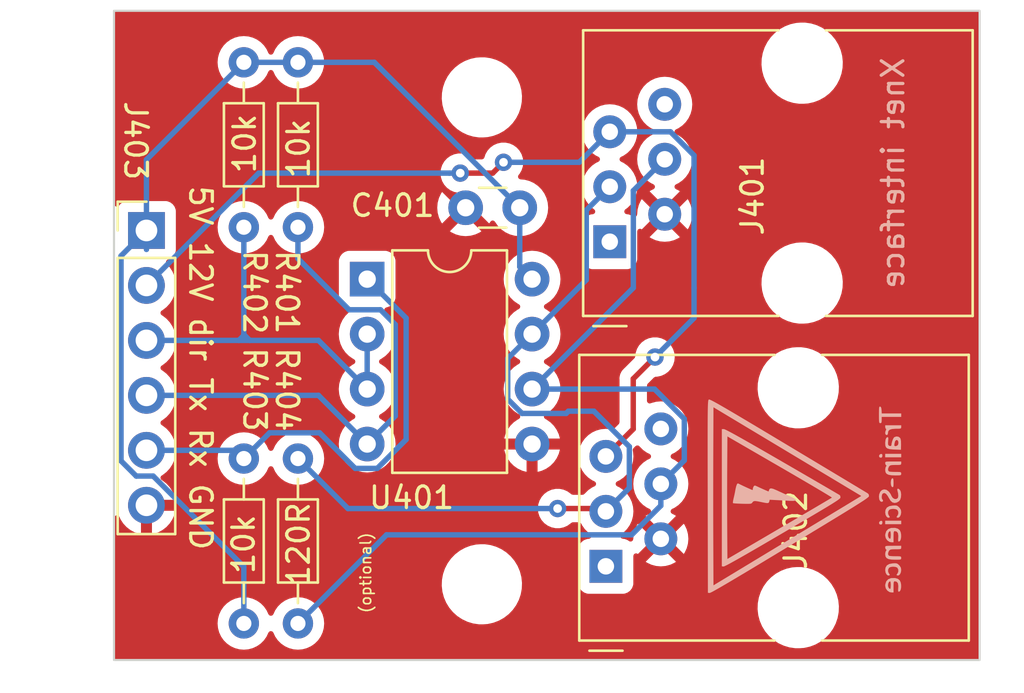
<source format=kicad_pcb>
(kicad_pcb (version 20221018) (generator pcbnew)
  (layers (0 "F.Cu" signal) (31 "B.Cu" signal) (34 "B.Paste" user) (35 "F.Paste" user) (36 "B.SilkS" user "B.Silkscreen") (37 "F.SilkS" user "F.Silkscreen") (38 "B.Mask" user) (39 "F.Mask" user) (44 "Edge.Cuts" user))
  (net 0 "")
  (net 1 "+5V")
  (net 2 "GND")
  (net 4 "/Xnet/B")
  (net 5 "/Xnet/A")
  (net 6 "+12V")
  (net 10 "Tx")
  (net 11 "dir")
  (net 12 "Rx")
  (footprint "Capacitor_THT:C_Disc_D3.0mm_W1.6mm_P2.50mm" (layer "F.Cu") (at 138.75 95.6 180)
    (fp_text reference "C401" (at 5.88 0.1 180) (layer "F.SilkS"))
    (fp_text value "100n")
    (fp_line (start 0.621 -0.92) (end 1.879 -0.92) (stroke (width 0.12)) (layer "F.SilkS"))
    (fp_line (start 0.621 0.92) (end 1.879 0.92) (stroke (width 0.12)) (layer "F.SilkS"))
    (pad "1" thru_hole circle (at 0 0 180) (size 1.6 1.6) (drill 0.8) (layers "*.Cu" "*.Mask") (net 1 "+5V"))
    (pad "2" thru_hole circle (at 2.5 0 180) (size 1.6 1.6) (drill 0.8) (layers "*.Cu" "*.Mask") (net 2 "GND"))
  )
  (footprint "MountingHole:MountingHole_3.2mm_M3" (layer "F.Cu") (at 137 113)
    (fp_text reference "REF**" hide)
    (fp_text value "MountingHole_3.2mm_M3")
    (pad "" np_thru_hole circle (at 0 0) (size 3.2 3.2) (drill 3.2) (layers "*.Cu" "*.Mask"))
  )
  (footprint "Resistor_THT:R_Axial_DIN0204_L3.6mm_D1.6mm_P7.62mm_Horizontal" (layer "F.Cu") (at 128.5 96.5 90)
    (fp_text reference "R401" (at -3 -0.5 270 unlocked) (layer "F.SilkS"))
    (fp_text value "10k" (at 3.6376 0.024 90) (layer "F.SilkS"))
    (fp_line (start 0.94 0) (end 1.89 0) (stroke (width 0.12)) (layer "F.SilkS"))
    (fp_line (start 1.89 -0.92) (end 1.89 0.92) (stroke (width 0.12)) (layer "F.SilkS"))
    (fp_line (start 1.89 0.92) (end 5.73 0.92) (stroke (width 0.12)) (layer "F.SilkS"))
    (fp_line (start 5.73 -0.92) (end 1.89 -0.92) (stroke (width 0.12)) (layer "F.SilkS"))
    (fp_line (start 5.73 0.92) (end 5.73 -0.92) (stroke (width 0.12)) (layer "F.SilkS"))
    (fp_line (start 6.68 0) (end 5.73 0) (stroke (width 0.12)) (layer "F.SilkS"))
    (pad "1" thru_hole circle (at 0 0 90) (size 1.4 1.4) (drill 0.7) (layers "*.Cu" "*.Mask") (net 10 "Tx"))
    (pad "2" thru_hole oval (at 7.62 0 90) (size 1.4 1.4) (drill 0.7) (layers "*.Cu" "*.Mask") (net 1 "+5V"))
  )
  (footprint "Connector_PinHeader_2.54mm:PinHeader_1x06_P2.54mm_Vertical" (layer "F.Cu") (at 121.5 96.65)
    (fp_text reference "J403" (at -0.5 -4.15 270 unlocked) (layer "F.SilkS"))
    (fp_text value "Conn_01x06_Male")
    (fp_line (start -1.33 -1.33) (end 0 -1.33) (stroke (width 0.12)) (layer "F.SilkS"))
    (fp_line (start -1.33 0) (end -1.33 -1.33) (stroke (width 0.12)) (layer "F.SilkS"))
    (fp_line (start -1.33 1.27) (end -1.33 14.03) (stroke (width 0.12)) (layer "F.SilkS"))
    (fp_line (start -1.33 1.27) (end 1.33 1.27) (stroke (width 0.12)) (layer "F.SilkS"))
    (fp_line (start -1.33 14.03) (end 1.33 14.03) (stroke (width 0.12)) (layer "F.SilkS"))
    (fp_line (start 1.33 1.27) (end 1.33 14.03) (stroke (width 0.12)) (layer "F.SilkS"))
    (pad "1" thru_hole rect (at 0 0) (size 1.7 1.7) (drill 1) (layers "*.Cu" "*.Mask") (net 1 "+5V"))
    (pad "2" thru_hole oval (at 0 2.54) (size 1.7 1.7) (drill 1) (layers "*.Cu" "*.Mask") (net 6 "+12V"))
    (pad "3" thru_hole oval (at 0 5.08) (size 1.7 1.7) (drill 1) (layers "*.Cu" "*.Mask") (net 11 "dir"))
    (pad "4" thru_hole oval (at 0 7.62) (size 1.7 1.7) (drill 1) (layers "*.Cu" "*.Mask") (net 10 "Tx"))
    (pad "5" thru_hole oval (at 0 10.16) (size 1.7 1.7) (drill 1) (layers "*.Cu" "*.Mask") (net 12 "Rx"))
    (pad "6" thru_hole oval (at 0 12.7) (size 1.7 1.7) (drill 1) (layers "*.Cu" "*.Mask") (net 2 "GND"))
  )
  (footprint "MountingHole:MountingHole_3.2mm_M3" (layer "F.Cu") (at 137 90.5)
    (fp_text reference "REF**" hide)
    (fp_text value "MountingHole_3.2mm_M3")
    (pad "" np_thru_hole circle (at 0 0) (size 3.2 3.2) (drill 3.2) (layers "F&B.Cu" "*.Mask"))
  )
  (footprint "Connector_RJ:RJ12_Amphenol_54601" (layer "F.Cu") (at 142.73 112.17 90)
    (fp_text reference "J402" (at 1.67 8.77 90) (layer "F.SilkS"))
    (fp_text value "RJ12")
    (fp_line (start -3.9 0.77) (end -3.9 -0.76) (stroke (width 0.12)) (layer "F.SilkS"))
    (fp_line (start -3.43 -1.23) (end 9.77 -1.23) (stroke (width 0.12)) (layer "F.SilkS"))
    (fp_line (start -3.43 7.72) (end -3.43 7.79) (stroke (width 0.1)) (layer "F.SilkS"))
    (fp_line (start -3.43 7.79) (end -3.43 -1.23) (stroke (width 0.12)) (layer "F.SilkS"))
    (fp_line (start -3.43 16.77) (end -3.43 9.99) (stroke (width 0.12)) (layer "F.SilkS"))
    (fp_line (start 9.77 -1.23) (end 9.77 7.79) (stroke (width 0.12)) (layer "F.SilkS"))
    (fp_line (start 9.77 16.65) (end 9.77 16.77) (stroke (width 0.1)) (layer "F.SilkS"))
    (fp_line (start 9.77 16.76) (end 9.77 16.77) (stroke (width 0.1)) (layer "F.SilkS"))
    (fp_line (start 9.77 16.77) (end -3.43 16.77) (stroke (width 0.12)) (layer "F.SilkS"))
    (fp_line (start 9.77 16.77) (end 9.77 9.99) (stroke (width 0.12)) (layer "F.SilkS"))
    (pad "" np_thru_hole circle (at -1.91 8.89 90) (size 3.25 3.25) (drill 3.25) (layers "*.Cu" "*.Mask"))
    (pad "" np_thru_hole circle (at 8.25 8.89 90) (size 3.25 3.25) (drill 3.25) (layers "*.Cu" "*.Mask"))
    (pad "1" thru_hole rect (at 0 0 90) (size 1.52 1.52) (drill 0.76) (layers "*.Cu" "*.Mask"))
    (pad "2" thru_hole circle (at 1.27 2.54 90) (size 1.52 1.52) (drill 0.76) (layers "*.Cu" "*.Mask") (net 2 "GND"))
    (pad "3" thru_hole circle (at 2.54 0 90) (size 1.52 1.52) (drill 0.76) (layers "*.Cu" "*.Mask") (net 4 "/Xnet/B"))
    (pad "4" thru_hole circle (at 3.81 2.54 90) (size 1.52 1.52) (drill 0.76) (layers "*.Cu" "*.Mask") (net 5 "/Xnet/A"))
    (pad "5" thru_hole circle (at 5.08 0 90) (size 1.52 1.52) (drill 0.76) (layers "*.Cu" "*.Mask") (net 6 "+12V"))
    (pad "6" thru_hole circle (at 6.35 2.54 90) (size 1.52 1.52) (drill 0.76) (layers "*.Cu" "*.Mask"))
  )
  (footprint "Resistor_THT:R_Axial_DIN0204_L3.6mm_D1.6mm_P7.62mm_Horizontal" (layer "F.Cu") (at 126 96.5 90)
    (fp_text reference "R402" (at -3 0.5 270 unlocked) (layer "F.SilkS"))
    (fp_text value "10k" (at 3.8662 0.0348 270) (layer "F.SilkS"))
    (fp_line (start 0.94 0) (end 1.89 0) (stroke (width 0.12)) (layer "F.SilkS"))
    (fp_line (start 1.89 -0.92) (end 1.89 0.92) (stroke (width 0.12)) (layer "F.SilkS"))
    (fp_line (start 1.89 0.92) (end 5.73 0.92) (stroke (width 0.12)) (layer "F.SilkS"))
    (fp_line (start 5.73 -0.92) (end 1.89 -0.92) (stroke (width 0.12)) (layer "F.SilkS"))
    (fp_line (start 5.73 0.92) (end 5.73 -0.92) (stroke (width 0.12)) (layer "F.SilkS"))
    (fp_line (start 6.68 0) (end 5.73 0) (stroke (width 0.12)) (layer "F.SilkS"))
    (pad "1" thru_hole circle (at 0 0 90) (size 1.4 1.4) (drill 0.7) (layers "*.Cu" "*.Mask") (net 11 "dir"))
    (pad "2" thru_hole oval (at 7.62 0 90) (size 1.4 1.4) (drill 0.7) (layers "*.Cu" "*.Mask") (net 1 "+5V"))
  )
  (footprint "Resistor_THT:R_Axial_DIN0204_L3.6mm_D1.6mm_P7.62mm_Horizontal" (layer "F.Cu") (at 126 107.19 -90)
    (fp_text reference "R403" (at -3.19 -0.5 -90 unlocked) (layer "F.SilkS"))
    (fp_text value "10k" (at 3.9604 0.016 -90) (layer "F.SilkS"))
    (fp_line (start 0.94 0) (end 1.89 0) (stroke (width 0.12)) (layer "F.SilkS"))
    (fp_line (start 1.89 -0.92) (end 1.89 0.92) (stroke (width 0.12)) (layer "F.SilkS"))
    (fp_line (start 1.89 0.92) (end 5.73 0.92) (stroke (width 0.12)) (layer "F.SilkS"))
    (fp_line (start 5.73 -0.92) (end 1.89 -0.92) (stroke (width 0.12)) (layer "F.SilkS"))
    (fp_line (start 5.73 0.92) (end 5.73 -0.92) (stroke (width 0.12)) (layer "F.SilkS"))
    (fp_line (start 6.68 0) (end 5.73 0) (stroke (width 0.12)) (layer "F.SilkS"))
    (pad "1" thru_hole circle (at 0 0 270) (size 1.4 1.4) (drill 0.7) (layers "*.Cu" "*.Mask") (net 12 "Rx"))
    (pad "2" thru_hole oval (at 7.62 0 270) (size 1.4 1.4) (drill 0.7) (layers "*.Cu" "*.Mask") (net 1 "+5V"))
  )
  (footprint "Connector_RJ:RJ12_Amphenol_54601" (layer "F.Cu") (at 142.91 97.17 90)
    (fp_text reference "J401" (at 2.11 6.59 90) (layer "F.SilkS"))
    (fp_text value "RJ12")
    (fp_line (start -3.9 0.77) (end -3.9 -0.76) (stroke (width 0.12)) (layer "F.SilkS"))
    (fp_line (start -3.43 -1.23) (end 9.77 -1.23) (stroke (width 0.12)) (layer "F.SilkS"))
    (fp_line (start -3.43 7.72) (end -3.43 7.79) (stroke (width 0.1)) (layer "F.SilkS"))
    (fp_line (start -3.43 7.79) (end -3.43 -1.23) (stroke (width 0.12)) (layer "F.SilkS"))
    (fp_line (start -3.43 16.77) (end -3.43 9.99) (stroke (width 0.12)) (layer "F.SilkS"))
    (fp_line (start 9.77 -1.23) (end 9.77 7.79) (stroke (width 0.12)) (layer "F.SilkS"))
    (fp_line (start 9.77 16.65) (end 9.77 16.77) (stroke (width 0.1)) (layer "F.SilkS"))
    (fp_line (start 9.77 16.76) (end 9.77 16.77) (stroke (width 0.1)) (layer "F.SilkS"))
    (fp_line (start 9.77 16.77) (end -3.43 16.77) (stroke (width 0.12)) (layer "F.SilkS"))
    (fp_line (start 9.77 16.77) (end 9.77 9.99) (stroke (width 0.12)) (layer "F.SilkS"))
    (pad "" np_thru_hole circle (at -1.91 8.89 90) (size 3.25 3.25) (drill 3.25) (layers "*.Cu" "*.Mask"))
    (pad "" np_thru_hole circle (at 8.25 8.89 90) (size 3.25 3.25) (drill 3.25) (layers "*.Cu" "*.Mask"))
    (pad "1" thru_hole rect (at 0 0 90) (size 1.52 1.52) (drill 0.76) (layers "*.Cu" "*.Mask"))
    (pad "2" thru_hole circle (at 1.27 2.54 90) (size 1.52 1.52) (drill 0.76) (layers "*.Cu" "*.Mask") (net 2 "GND"))
    (pad "3" thru_hole circle (at 2.54 0 90) (size 1.52 1.52) (drill 0.76) (layers "*.Cu" "*.Mask") (net 4 "/Xnet/B"))
    (pad "4" thru_hole circle (at 3.81 2.54 90) (size 1.52 1.52) (drill 0.76) (layers "*.Cu" "*.Mask") (net 5 "/Xnet/A"))
    (pad "5" thru_hole circle (at 5.08 0 90) (size 1.52 1.52) (drill 0.76) (layers "*.Cu" "*.Mask") (net 6 "+12V"))
    (pad "6" thru_hole circle (at 6.35 2.54 90) (size 1.52 1.52) (drill 0.76) (layers "*.Cu" "*.Mask"))
  )
  (footprint "Resistor_THT:R_Axial_DIN0204_L3.6mm_D1.6mm_P7.62mm_Horizontal" (layer "F.Cu") (at 128.5 114.81 90)
    (fp_text reference "R404" (at 10.81 -0.5 270 unlocked) (layer "F.SilkS"))
    (fp_text value "120R" (at 3.6596 0.024 90) (layer "F.SilkS"))
    (fp_line (start 0.94 0) (end 1.89 0) (stroke (width 0.12)) (layer "F.SilkS"))
    (fp_line (start 1.89 -0.92) (end 1.89 0.92) (stroke (width 0.12)) (layer "F.SilkS"))
    (fp_line (start 1.89 0.92) (end 5.73 0.92) (stroke (width 0.12)) (layer "F.SilkS"))
    (fp_line (start 5.73 -0.92) (end 1.89 -0.92) (stroke (width 0.12)) (layer "F.SilkS"))
    (fp_line (start 5.73 0.92) (end 5.73 -0.92) (stroke (width 0.12)) (layer "F.SilkS"))
    (fp_line (start 6.68 0) (end 5.73 0) (stroke (width 0.12)) (layer "F.SilkS"))
    (pad "1" thru_hole circle (at 0 0 90) (size 1.4 1.4) (drill 0.7) (layers "*.Cu" "*.Mask") (net 5 "/Xnet/A"))
    (pad "2" thru_hole oval (at 7.62 0 90) (size 1.4 1.4) (drill 0.7) (layers "*.Cu" "*.Mask") (net 4 "/Xnet/B"))
  )
  (footprint "Package_DIP:DIP-8_W7.62mm" (layer "F.Cu") (at 131.7 98.9)
    (fp_text reference "U401" (at 2.05 10.1) (layer "F.SilkS"))
    (fp_text value "MAX485E")
    (fp_line (start 1.16 -1.33) (end 1.16 8.95) (stroke (width 0.12)) (layer "F.SilkS"))
    (fp_line (start 1.16 8.95) (end 6.46 8.95) (stroke (width 0.12)) (layer "F.SilkS"))
    (fp_line (start 2.81 -1.33) (end 1.16 -1.33) (stroke (width 0.12)) (layer "F.SilkS"))
    (fp_line (start 6.46 -1.33) (end 4.81 -1.33) (stroke (width 0.12)) (layer "F.SilkS"))
    (fp_line (start 6.46 8.95) (end 6.46 -1.33) (stroke (width 0.12)) (layer "F.SilkS"))
    (fp_arc (start 4.81 -1.33) (mid 3.81 -0.33) (end 2.81 -1.33) (stroke (width 0.12)) (layer "F.SilkS"))
    (pad "1" thru_hole rect (at 0 0) (size 1.6 1.6) (drill 0.8) (layers "*.Cu" "*.Mask") (net 12 "Rx"))
    (pad "2" thru_hole oval (at 0 2.54) (size 1.6 1.6) (drill 0.8) (layers "*.Cu" "*.Mask") (net 11 "dir"))
    (pad "3" thru_hole oval (at 0 5.08) (size 1.6 1.6) (drill 0.8) (layers "*.Cu" "*.Mask") (net 11 "dir"))
    (pad "4" thru_hole oval (at 0 7.62) (size 1.6 1.6) (drill 0.8) (layers "*.Cu" "*.Mask") (net 10 "Tx"))
    (pad "5" thru_hole oval (at 7.62 7.62) (size 1.6 1.6) (drill 0.8) (layers "*.Cu" "*.Mask") (net 2 "GND"))
    (pad "6" thru_hole oval (at 7.62 5.08) (size 1.6 1.6) (drill 0.8) (layers "*.Cu" "*.Mask") (net 5 "/Xnet/A"))
    (pad "7" thru_hole oval (at 7.62 2.54) (size 1.6 1.6) (drill 0.8) (layers "*.Cu" "*.Mask") (net 4 "/Xnet/B"))
    (pad "8" thru_hole oval (at 7.62 0) (size 1.6 1.6) (drill 0.8) (layers "*.Cu" "*.Mask") (net 1 "+5V"))
  )
  (footprint "kicad_images:Train-Science logo small" (layer "B.Cu") (at 152 109 -90)
    (fp_text reference "G***" hide)
    (fp_text value "LOGO" hide)
    (fp_poly (pts (xy -1.867174 -4.3782) (xy -2.028137 -4.3782) (xy -2.028137 -3.637769) (xy -1.867174 -3.637769)) (fill solid) (layer "B.SilkS"))
    (fp_poly (pts (xy 1.223321 -4.3782) (xy 1.062357 -4.3782) (xy 1.062357 -3.637769) (xy 1.223321 -3.637769)) (fill solid) (layer "B.SilkS"))
    (fp_poly (pts (xy -1.879051 -3.365565) (xy -1.85507 -3.397528) (xy -1.848957 -3.467248) (xy -1.897497 -3.5033) (xy -1.951794 -3.508999) (xy -2.01104 -3.497959) (xy -2.024208 -3.453786) (xy -2.022328 -3.436565) (xy -1.991057 -3.378361) (xy -1.934811 -3.352714)) (fill solid) (layer "B.SilkS"))
    (fp_poly (pts (xy 1.211443 -3.365565) (xy 1.235424 -3.397528) (xy 1.241537 -3.467248) (xy 1.192998 -3.5033) (xy 1.1387 -3.508999) (xy 1.079454 -3.497959) (xy 1.066286 -3.453786) (xy 1.068167 -3.436565) (xy 1.099438 -3.378361) (xy 1.155683 -3.352714)) (fill solid) (layer "B.SilkS"))
    (fp_poly (pts (xy -0.612737 -3.9006) (xy -0.533283 -3.922266) (xy -0.490713 -3.961014) (xy -0.488845 -3.967744) (xy -0.490951 -3.998166) (xy -0.520453 -4.01526) (xy -0.590351 -4.022672) (xy -0.689781 -4.024081) (xy -0.808268 -4.020841) (xy -0.874379 -4.009353) (xy -0.899883 -3.986965) (xy -0.901394 -3.976406) (xy -0.873403 -3.933919) (xy -0.802697 -3.906845) (xy -0.709175 -3.895599)) (fill solid) (layer "B.SilkS"))
    (fp_poly (pts (xy -3.669632 -3.34866) (xy -3.559722 -3.351709) (xy -3.492918 -3.358945) (xy -3.458582 -3.372129) (xy -3.446076 -3.393024) (xy -3.444613 -3.412421) (xy -3.454092 -3.452657) (xy -3.493451 -3.471683) (xy -3.579073 -3.476782) (xy -3.58948 -3.476806) (xy -3.734347 -3.476806) (xy -3.734347 -4.3782) (xy -3.89531 -4.3782) (xy -3.89531 -3.480334) (xy -4.047936 -3.470522) (xy -4.148526 -3.457408) (xy -4.198923 -3.431105) (xy -4.21126 -3.404373) (xy -4.210399 -3.380588) (xy -4.190335 -3.364589) (xy -4.140901 -3.354863) (xy -4.051928 -3.349892) (xy -3.91325 -3.348161) (xy -3.833286 -3.348036)) (fill solid) (layer "B.SilkS"))
    (fp_poly (pts (xy -3.20706 -3.649174) (xy -3.187072 -3.671095) (xy -3.167366 -3.687977) (xy -3.124803 -3.671095) (xy -3.032476 -3.639196) (xy -2.952967 -3.641074) (xy -2.904379 -3.674259) (xy -2.897338 -3.702155) (xy -2.912873 -3.749633) (xy -2.970283 -3.766013) (xy -2.992091 -3.76654) (xy -3.08017 -3.784752) (xy -3.139695 -3.843818) (xy -3.1741 -3.950385) (xy -3.18682 -4.1111) (xy -3.187072 -4.143919) (xy -3.188151 -4.264488) (xy -3.194538 -4.33444) (xy -3.210963 -4.367539) (xy -3.242154 -4.377549) (xy -3.267554 -4.3782) (xy -3.348035 -4.3782) (xy -3.348035 -3.637769) (xy -3.267554 -3.637769)) (fill solid) (layer "B.SilkS"))
    (fp_poly (pts (xy 3.456146 -3.654371) (xy 3.543105 -3.697368) (xy 3.592791 -3.756548) (xy 3.594178 -3.814197) (xy 3.572895 -3.852981) (xy 3.542199 -3.843557) (xy 3.513841 -3.819211) (xy 3.424501 -3.7745) (xy 3.322943 -3.773442) (xy 3.238538 -3.81626) (xy 3.237661 -3.817129) (xy 3.201357 -3.890078) (xy 3.187495 -3.994878) (xy 3.196074 -4.103032) (xy 3.227095 -4.186043) (xy 3.237661 -4.198841) (xy 3.321639 -4.242246) (xy 3.423161 -4.241772) (xy 3.512857 -4.197642) (xy 3.513841 -4.196759) (xy 3.559116 -4.162129) (xy 3.582547 -4.174932) (xy 3.594178 -4.201773) (xy 3.589623 -4.267108) (xy 3.534669 -4.324764) (xy 3.443265 -4.364981) (xy 3.341993 -4.3782) (xy 3.23693 -4.364144) (xy 3.150524 -4.312169) (xy 3.116435 -4.280323) (xy 3.06227 -4.220957) (xy 3.03476 -4.166703) (xy 3.027277 -4.094215) (xy 3.032787 -3.985733) (xy 3.063239 -3.823108) (xy 3.128926 -3.713042) (xy 3.232557 -3.652527) (xy 3.346264 -3.637769)) (fill solid) (layer "B.SilkS"))
    (fp_poly (pts (xy 0.784156 -3.654371) (xy 0.871115 -3.697368) (xy 0.920801 -3.756548) (xy 0.922188 -3.814197) (xy 0.900905 -3.852981) (xy 0.870209 -3.843557) (xy 0.841851 -3.819211) (xy 0.752511 -3.7745) (xy 0.650954 -3.773442) (xy 0.566548 -3.81626) (xy 0.565671 -3.817129) (xy 0.529974 -3.888454) (xy 0.515171 -3.998249) (xy 0.515082 -4.007985) (xy 0.527932 -4.119813) (xy 0.562192 -4.195116) (xy 0.565671 -4.198841) (xy 0.649649 -4.242246) (xy 0.751171 -4.241772) (xy 0.840868 -4.197642) (xy 0.841851 -4.196759) (xy 0.887126 -4.162129) (xy 0.910558 -4.174932) (xy 0.922188 -4.201773) (xy 0.917633 -4.267108) (xy 0.862679 -4.324764) (xy 0.771275 -4.364981) (xy 0.670003 -4.3782) (xy 0.56494 -4.364144) (xy 0.478534 -4.312169) (xy 0.444446 -4.280323) (xy 0.39028 -4.220957) (xy 0.36277 -4.166703) (xy 0.355287 -4.094215) (xy 0.360798 -3.985733) (xy 0.391249 -3.823108) (xy 0.456936 -3.713042) (xy 0.560567 -3.652527) (xy 0.674274 -3.637769)) (fill solid) (layer "B.SilkS"))
    (fp_poly (pts (xy -2.40532 -3.645768) (xy -2.326525 -3.67613) (xy -2.275297 -3.738404) (xy -2.245189 -3.842138) (xy -2.22975 -3.996881) (xy -2.226439 -4.069661) (xy -2.215488 -4.366149) (xy -2.45432 -4.371021) (xy -2.611055 -4.367821) (xy -2.715337 -4.349617) (xy -2.763052 -4.326932) (xy -2.817997 -4.253657) (xy -2.8318 -4.157537) (xy -2.826579 -4.141434) (xy -2.663371 -4.141434) (xy -2.661178 -4.198977) (xy -2.617211 -4.235887) (xy -2.541587 -4.248708) (xy -2.462907 -4.236034) (xy -2.420887 -4.210799) (xy -2.387663 -4.147033) (xy -2.382256 -4.110009) (xy -2.391113 -4.070273) (xy -2.429399 -4.05887) (xy -2.5002 -4.066989) (xy -2.611613 -4.096669) (xy -2.663371 -4.141434) (xy -2.826579 -4.141434) (xy -2.80241 -4.066887) (xy -2.783578 -4.04369) (xy -2.714915 -4.000608) (xy -2.611053 -3.960717) (xy -2.500848 -3.933723) (xy -2.438593 -3.927683) (xy -2.39073 -3.905832) (xy -2.389171 -3.848663) (xy -2.411779 -3.801951) (xy -2.44845 -3.775964) (xy -2.522247 -3.768689) (xy -2.620538 -3.77548) (xy -2.726931 -3.782973) (xy -2.782746 -3.776184) (xy -2.800575 -3.753278) (xy -2.80076 -3.74925) (xy -2.770723 -3.693209) (xy -2.685633 -3.655257) (xy -2.553023 -3.638364) (xy -2.518132 -3.637769)) (fill solid) (layer "B.SilkS"))
    (fp_poly (pts (xy 0.08045 -3.363771) (xy 0.163476 -3.40824) (xy 0.193154 -3.477335) (xy 0.193156 -3.477939) (xy 0.170182 -3.528914) (xy 0.121334 -3.539789) (xy 0.080482 -3.508999) (xy 0.032611 -3.483439) (xy -0.047363 -3.477888) (xy -0.130866 -3.490818) (xy -0.189325 -3.520703) (xy -0.191874 -3.52355) (xy -0.21804 -3.596183) (xy -0.180966 -3.673245) (xy -0.081544 -3.753443) (xy -0.004028 -3.796699) (xy 0.136108 -3.882305) (xy 0.216714 -3.971193) (xy 0.24249 -4.071135) (xy 0.223825 -4.173564) (xy 0.164082 -4.275535) (xy 0.095495 -4.330471) (xy -0.018443 -4.366535) (xy -0.150995 -4.376193) (xy -0.274362 -4.359597) (xy -0.346956 -4.328086) (xy -0.40363 -4.272052) (xy -0.419312 -4.22251) (xy -0.394108 -4.195068) (xy -0.346071 -4.199064) (xy -0.197064 -4.233359) (xy -0.075009 -4.242002) (xy 0.005829 -4.224264) (xy 0.015788 -4.217493) (xy 0.061853 -4.14537) (xy 0.055341 -4.062595) (xy 0.002818 -3.983964) (xy -0.089151 -3.924271) (xy -0.119083 -3.913566) (xy -0.188092 -3.877866) (xy -0.269912 -3.816568) (xy -0.288095 -3.800264) (xy -0.365715 -3.694707) (xy -0.385703 -3.587357) (xy -0.353625 -3.488715) (xy -0.27505 -3.409279) (xy -0.155545 -3.359551) (xy -0.048289 -3.348036)) (fill solid) (layer "B.SilkS"))
    (fp_poly (pts (xy -1.179743 -3.652213) (xy -1.106639 -3.700519) (xy -1.060135 -3.79015) (xy -1.036075 -3.928568) (xy -1.030165 -4.092808) (xy -1.03083 -4.228722) (xy -1.035174 -4.312734) (xy -1.046716 -4.357328) (xy -1.068976 -4.374987) (xy -1.105476 -4.378194) (xy -1.110646 -4.3782) (xy -1.150723 -4.375415) (xy -1.174641 -4.358257) (xy -1.186568 -4.313522) (xy -1.190674 -4.228007) (xy -1.191128 -4.123292) (xy -1.193501 -3.995739) (xy -1.199781 -3.889366) (xy -1.208712 -3.82384) (xy -1.210669 -3.817462) (xy -1.256725 -3.775444) (xy -1.33462 -3.771399) (xy -1.424149 -3.805399) (xy -1.441506 -3.816654) (xy -1.477783 -3.84892) (xy -1.499291 -3.893461) (xy -1.50977 -3.966262) (xy -1.512958 -4.083304) (xy -1.513054 -4.122485) (xy -1.513927 -4.249664) (xy -1.519311 -4.325642) (xy -1.533355 -4.363601) (xy -1.560209 -4.376724) (xy -1.593536 -4.3782) (xy -1.674018 -4.3782) (xy -1.674018 -4.007985) (xy -1.67363 -3.849262) (xy -1.670933 -3.743962) (xy -1.663621 -3.681124) (xy -1.649392 -3.649787) (xy -1.625943 -3.638988) (xy -1.596219 -3.637769) (xy -1.53075 -3.652507) (xy -1.503665 -3.67801) (xy -1.482168 -3.702107) (xy -1.446255 -3.67801) (xy -1.387205 -3.651219) (xy -1.298048 -3.63805) (xy -1.283604 -3.637769)) (fill solid) (layer "B.SilkS"))
    (fp_poly (pts (xy 1.874086 -3.665419) (xy 1.97554 -3.737669) (xy 2.042702 -3.838471) (xy 2.06033 -3.925027) (xy 2.06033 -4.024081) (xy 1.802788 -4.024081) (xy 1.674253 -4.025517) (xy 1.597198 -4.031892) (xy 1.558746 -4.046313) (xy 1.54602 -4.071882) (xy 1.545247 -4.086167) (xy 1.568914 -4.17496) (xy 1.641552 -4.227168) (xy 1.76562 -4.244072) (xy 1.841189 -4.240295) (xy 1.949653 -4.233706) (xy 2.007504 -4.2403) (xy 2.027535 -4.262067) (xy 2.028137 -4.269376) (xy 1.999657 -4.321331) (xy 1.925454 -4.357024) (xy 1.822384 -4.375338) (xy 1.707304 -4.375154) (xy 1.597069 -4.355354) (xy 1.508536 -4.31482) (xy 1.495586 -4.304705) (xy 1.430456 -4.223779) (xy 1.397139 -4.110586) (xy 1.393087 -4.07989) (xy 1.397067 -3.908) (xy 1.412373 -3.869557) (xy 1.545247 -3.869557) (xy 1.574363 -3.883662) (xy 1.649466 -3.893017) (xy 1.722307 -3.895311) (xy 1.819283 -3.891076) (xy 1.883595 -3.880152) (xy 1.899366 -3.869557) (xy 1.87055 -3.814477) (xy 1.797044 -3.776712) (xy 1.722307 -3.76654) (xy 1.627639 -3.783306) (xy 1.562731 -3.826073) (xy 1.545247 -3.869557) (xy 1.412373 -3.869557) (xy 1.449928 -3.775233) (xy 1.548716 -3.685192) (xy 1.690478 -3.641482) (xy 1.755377 -3.637769)) (fill solid) (layer "B.SilkS"))
    (fp_poly (pts (xy 2.715567 -3.652213) (xy 2.788671 -3.700519) (xy 2.835175 -3.79015) (xy 2.859236 -3.928568) (xy 2.865146 -4.092808) (xy 2.86448 -4.228722) (xy 2.860137 -4.312734) (xy 2.848595 -4.357328) (xy 2.826334 -4.374987) (xy 2.789834 -4.378194) (xy 2.784664 -4.3782) (xy 2.744587 -4.375415) (xy 2.72067 -4.358257) (xy 2.708742 -4.313522) (xy 2.704637 -4.228007) (xy 2.704183 -4.123292) (xy 2.70181 -3.995739) (xy 2.69553 -3.889366) (xy 2.686599 -3.82384) (xy 2.684642 -3.817462) (xy 2.638586 -3.775444) (xy 2.56069 -3.771399) (xy 2.471162 -3.805399) (xy 2.453804 -3.816654) (xy 2.417528 -3.84892) (xy 2.396019 -3.893461) (xy 2.385541 -3.966262) (xy 2.382352 -4.083304) (xy 2.382256 -4.122485) (xy 2.381383 -4.249664) (xy 2.375999 -4.325642) (xy 2.361955 -4.363601) (xy 2.335101 -4.376724) (xy 2.301774 -4.3782) (xy 2.221293 -4.3782) (xy 2.221293 -4.007985) (xy 2.22168 -3.849262) (xy 2.224378 -3.743962) (xy 2.231689 -3.681124) (xy 2.245918 -3.649787) (xy 2.269368 -3.638988) (xy 2.299092 -3.637769) (xy 2.364561 -3.652507) (xy 2.391646 -3.67801) (xy 2.413142 -3.702107) (xy 2.449056 -3.67801) (xy 2.508105 -3.651219) (xy 2.597263 -3.63805) (xy 2.611707 -3.637769)) (fill solid) (layer "B.SilkS"))
    (fp_poly (pts (xy 4.191957 -3.665419) (xy 4.293411 -3.737669) (xy 4.360573 -3.838471) (xy 4.3782 -3.925027) (xy 4.3782 -4.024081) (xy 4.120659 -4.024081) (xy 3.992123 -4.025517) (xy 3.915069 -4.031892) (xy 3.876617 -4.046313) (xy 3.86389 -4.071882) (xy 3.863118 -4.086167) (xy 3.886785 -4.17496) (xy 3.959423 -4.227168) (xy 4.083491 -4.244072) (xy 4.15906 -4.240295) (xy 4.267524 -4.233706) (xy 4.325375 -4.2403) (xy 4.345405 -4.262067) (xy 4.346008 -4.269376) (xy 4.317527 -4.321331) (xy 4.243324 -4.357024) (xy 4.140255 -4.375338) (xy 4.025174 -4.375154) (xy 3.91494 -4.355354) (xy 3.826407 -4.31482) (xy 3.813457 -4.304705) (xy 3.748327 -4.223779) (xy 3.71501 -4.110586) (xy 3.710957 -4.07989) (xy 3.714938 -3.908) (xy 3.730244 -3.869557) (xy 3.863118 -3.869557) (xy 3.892233 -3.883662) (xy 3.967337 -3.893017) (xy 4.040178 -3.895311) (xy 4.137154 -3.891076) (xy 4.201466 -3.880152) (xy 4.217237 -3.869557) (xy 4.188421 -3.814477) (xy 4.114915 -3.776712) (xy 4.040178 -3.76654) (xy 3.945509 -3.783306) (xy 3.880602 -3.826073) (xy 3.863118 -3.869557) (xy 3.730244 -3.869557) (xy 3.767799 -3.775233) (xy 3.866587 -3.685192) (xy 4.008349 -3.641482) (xy 4.073248 -3.637769)) (fill solid) (layer "B.SilkS"))
    (fp_poly (pts (xy 0.250482 3.398018) (xy 0.258312 3.360431) (xy 0.266207 3.271171) (xy 0.273323 3.142944) (xy 0.278815 2.988455) (xy 0.279494 2.961822) (xy 0.283147 2.79102) (xy 0.28333 2.672993) (xy 0.27842 2.596159) (xy 0.266793 2.548934) (xy 0.246824 2.519735) (xy 0.216889 2.496979) (xy 0.214047 2.495112) (xy 0.177374 2.463714) (xy 0.157846 2.420729) (xy 0.155167 2.353836) (xy 0.169042 2.250716) (xy 0.199173 2.099046) (xy 0.20399 2.076426) (xy 0.234196 1.927607) (xy 0.248081 1.829473) (xy 0.244797 1.770209) (xy 0.223496 1.738003) (xy 0.183328 1.721039) (xy 0.178383 1.719762) (xy 0.093995 1.698582) (xy 0.113104 1.340229) (xy 0.122361 1.168329) (xy 0.13182 0.9955) (xy 0.140114 0.846597) (xy 0.144094 0.776804) (xy 0.147732 0.616402) (xy 0.136399 0.518612) (xy 0.110043 0.48341) (xy 0.068612 0.510774) (xy 0.012053 0.600683) (xy -0.036281 0.70019) (xy -0.094889 0.829583) (xy -0.151819 0.955614) (xy -0.192615 1.046261) (xy -0.235959 1.142058) (xy -0.293724 1.268625) (xy -0.352412 1.396402) (xy -0.410483 1.535855) (xy -0.432862 1.630868) (xy -0.419591 1.690556) (xy -0.370712 1.724039) (xy -0.353957 1.729118) (xy -0.302087 1.746117) (xy -0.289734 1.754248) (xy -0.301976 1.787815) (xy -0.333966 1.863803) (xy -0.378601 1.966115) (xy -0.428778 2.078653) (xy -0.477393 2.185319) (xy -0.517132 2.269582) (xy -0.553917 2.350924) (xy -0.561542 2.396199) (xy -0.540994 2.426228) (xy -0.525165 2.438593) (xy -0.452176 2.472508) (xy -0.412351 2.478834) (xy -0.36338 2.484926) (xy -0.354119 2.492061) (xy -0.366789 2.526986) (xy -0.400137 2.60474) (xy -0.447168 2.710013) (xy -0.500888 2.827498) (xy -0.554304 2.941887) (xy -0.600421 3.037873) (xy -0.630486 3.096942) (xy -0.659596 3.160107) (xy -0.65177 3.193594) (xy -0.620583 3.213855) (xy -0.53333 3.246777) (xy -0.395236 3.27925) (xy -0.273637 3.301207) (xy -0.190498 3.31751) (xy -0.07335 3.34338) (xy 0.027233 3.367139) (xy 0.134416 3.389945) (xy 0.215087 3.40089)) (fill solid) (layer "B.SilkS"))
    (fp_poly (pts (xy 3.179239 3.830925) (xy 3.169077 3.796052) (xy 3.134748 3.721875) (xy 3.075339 3.60678) (xy 2.989941 3.449155) (xy 2.877641 3.24739) (xy 2.737526 2.999872) (xy 2.568687 2.704989) (xy 2.370211 2.361128) (xy 2.141187 1.966679) (xy 1.880703 1.52003) (xy 1.631778 1.09455) (xy 1.368647 0.645596) (xy 1.135907 0.249143) (xy 0.93161 -0.097982) (xy 0.753807 -0.398953) (xy 0.60055 -0.656942) (xy 0.469891 -0.875124) (xy 0.359881 -1.05667) (xy 0.268572 -1.204755) (xy 0.194014 -1.322552) (xy 0.134261 -1.413233) (xy 0.087362 -1.479973) (xy 0.051371 -1.525943) (xy 0.024337 -1.554318) (xy 0.004314 -1.568271) (xy -0.004969 -1.571019) (xy -0.078828 -1.563333) (xy -0.118283 -1.538827) (xy -0.138767 -1.505458) (xy -0.189191 -1.420294) (xy -0.267262 -1.287274) (xy -0.370688 -1.110339) (xy -0.497173 -0.893428) (xy -0.644426 -0.640482) (xy -0.810153 -0.355441) (xy -0.99206 -0.042244) (xy -1.187855 0.295169) (xy -1.395243 0.652857) (xy -1.611932 1.02688) (xy -1.660439 1.110646) (xy -1.943382 1.600038) (xy -2.194371 2.035755) (xy -2.414343 2.419476) (xy -2.604234 2.752877) (xy -2.764981 3.037634) (xy -2.89752 3.275425) (xy -3.002787 3.467927) (xy -3.081719 3.616816) (xy -3.100264 3.653866) (xy -2.831057 3.653866) (xy -1.427803 1.229825) (xy -1.217976 0.867944) (xy -1.017222 0.522838) (xy -0.827885 0.198474) (xy -0.652308 -0.101185) (xy -0.492836 -0.372174) (xy -0.351814 -0.61053) (xy -0.231586 -0.812287) (xy -0.134496 -0.973481) (xy -0.062889 -1.090149) (xy -0.019109 -1.158326) (xy -0.005551 -1.175218) (xy 0.013203 -1.145197) (xy 0.062076 -1.063637) (xy 0.138687 -0.934577) (xy 0.240658 -0.762061) (xy 0.365609 -0.55013) (xy 0.511161 -0.302826) (xy 0.674935 -0.02419) (xy 0.854552 0.281735) (xy 1.047632 0.610908) (xy 1.251797 0.959287) (xy 1.421346 1.248823) (xy 2.829247 3.653866) (xy 1.414623 3.662249) (xy 1.04211 3.663984) (xy 0.624153 3.665121) (xy 0.179691 3.665659) (xy -0.272337 3.665598) (xy -0.712992 3.664938) (xy -1.123334 3.663678) (xy -1.415529 3.662249) (xy -2.831057 3.653866) (xy -3.100264 3.653866) (xy -3.135253 3.723769) (xy -3.164325 3.790463) (xy -3.17064 3.814829) (xy -3.170976 3.911407) (xy 3.170976 3.911407)) (fill solid) (layer "B.SilkS"))
    (fp_poly (pts (xy -2.177236 4.566716) (xy -1.724771 4.566214) (xy -1.217326 4.565463) (xy -0.651718 4.564501) (xy -0.055144 4.563421) (xy 4.394297 4.55526) (xy 4.402412 4.474778) (xy 4.392766 4.444092) (xy 4.360546 4.377472) (xy 4.304831 4.273357) (xy 4.224701 4.130187) (xy 4.119236 3.9464) (xy 3.987517 3.720436) (xy 3.828623 3.450735) (xy 3.641634 3.135735) (xy 3.425631 2.773875) (xy 3.179692 2.363596) (xy 2.902899 1.903335) (xy 2.594331 1.391532) (xy 2.253068 0.826627) (xy 2.210681 0.756527) (xy 1.892208 0.230049) (xy 1.605234 -0.243951) (xy 1.348069 -0.66817) (xy 1.119028 -1.045302) (xy 0.916421 -1.378044) (xy 0.738561 -1.669091) (xy 0.583761 -1.921141) (xy 0.450332 -2.136888) (xy 0.336586 -2.319029) (xy 0.240836 -2.470259) (xy 0.161394 -2.593274) (xy 0.096573 -2.690771) (xy 0.044683 -2.765444) (xy 0.004038 -2.819991) (xy -0.02705 -2.857107) (xy -0.05027 -2.879488) (xy -0.067308 -2.88983) (xy -0.073048 -2.891234) (xy -0.156237 -2.877194) (xy -0.204854 -2.826849) (xy -0.227047 -2.790521) (xy -0.280348 -2.702298) (xy -0.362758 -2.565508) (xy -0.47228 -2.383476) (xy -0.606914 -2.159531) (xy -0.764662 -1.897) (xy -0.943527 -1.599208) (xy -1.141509 -1.269484) (xy -1.356611 -0.911155) (xy -1.586834 -0.527547) (xy -1.830181 -0.121988) (xy -2.084652 0.302196) (xy -2.348249 0.741676) (xy -2.411808 0.847656) (xy -2.72913 1.377004) (xy -3.014693 1.853894) (xy -3.270035 2.280976) (xy -3.496692 2.660897) (xy -3.696204 2.996307) (xy -3.870107 3.289854) (xy -4.01994 3.544188) (xy -4.147239 3.761957) (xy -4.253544 3.94581) (xy -4.340391 4.098397) (xy -4.409319 4.222366) (xy -4.449721 4.297718) (xy -4.178624 4.297718) (xy -0.08088 -2.532058) (xy 0.192957 -2.079549) (xy 0.247331 -1.989669) (xy 0.332405 -1.84901) (xy 0.445566 -1.661887) (xy 0.584205 -1.43262) (xy 0.74571 -1.165527) (xy 0.92747 -0.864926) (xy 1.126875 -0.535135) (xy 1.341313 -0.180472) (xy 1.568173 0.194744) (xy 1.804844 0.586196) (xy 2.048716 0.989564) (xy 2.257763 1.33534) (xy 4.048733 4.297718) (xy 1.992174 4.306003) (xy 1.548356 4.307468) (xy 1.05587 4.308526) (xy 0.530432 4.309176) (xy -0.012241 4.309419) (xy -0.556433 4.309254) (xy -1.086428 4.308682) (xy -1.58651 4.307702) (xy -2.040962 4.306315) (xy -2.121505 4.306003) (xy -4.178624 4.297718) (xy -4.449721 4.297718) (xy -4.461864 4.320365) (xy -4.499566 4.395045) (xy -4.523961 4.449053) (xy -4.536588 4.485039) (xy -4.538984 4.505651) (xy -4.537712 4.509683) (xy -4.531875 4.518362) (xy -4.522005 4.526181) (xy -4.504918 4.533179) (xy -4.47743 4.539392) (xy -4.436357 4.54486) (xy -4.378514 4.549621) (xy -4.300717 4.553712) (xy -4.199782 4.557172) (xy -4.072525 4.560039) (xy -3.915762 4.562352) (xy -3.726308 4.564148) (xy -3.50098 4.565466) (xy -3.236592 4.566343) (xy -2.929962 4.566818) (xy -2.577905 4.56693)) (fill solid) (layer "B.SilkS"))
  )
  (gr_rect (start 120 86.5) (end 160 116.5) (stroke (width 0.1)) (fill none) (layer "Edge.Cuts"))
  (gr_text "Xnet interface" (at 156 94 90) (layer "B.SilkS") (effects (font (size 1 1)) (justify mirror)))
  (gr_text "5V 12V dir Tx Rx GND" (at 124 103 270) (layer "F.SilkS") (effects (font (size 1 1))))
  (gr_text "(optional)" (at 131.9276 114.3762 90) (layer "F.SilkS") (effects (font (size 0.5 0.5) (thickness 0.075)) (justify left bottom)))
  (segment (start 126 112.188299) (end 121.811701 108) (width 0.25) (layer "B.Cu") (net 1))
  (segment (start 132.03 88.88) (end 138.75 95.6) (width 0.25) (layer "B.Cu") (net 1))
  (segment (start 121.028299 108) (end 120.325 107.296701) (width 0.25) (layer "B.Cu") (net 1))
  (segment (start 138.75 98.33) (end 139.32 98.9) (width 0.25) (layer "B.Cu") (net 1))
  (segment (start 121.5 97.528299) (end 121.5 96.65) (width 0.25) (layer "B.Cu") (net 1))
  (segment (start 120.325 97.825) (end 121.5 96.65) (width 0.25) (layer "B.Cu") (net 1))
  (segment (start 121.811701 108) (end 121.028299 108) (width 0.25) (layer "B.Cu") (net 1))
  (segment (start 121.5 93.38) (end 126 88.88) (width 0.25) (layer "B.Cu") (net 1))
  (segment (start 120.325 107.296701) (end 120.325 97.825) (width 0.25) (layer "B.Cu") (net 1))
  (segment (start 126 88.88) (end 128.5 88.88) (width 0.25) (layer "B.Cu") (net 1))
  (segment (start 138.75 95.6) (end 138.75 98.33) (width 0.25) (layer "B.Cu") (net 1))
  (segment (start 128.5 88.88) (end 132.03 88.88) (width 0.25) (layer "B.Cu") (net 1))
  (segment (start 121.5 96.65) (end 121.5 93.38) (width 0.25) (layer "B.Cu") (net 1))
  (segment (start 126 114.81) (end 126 112.188299) (width 0.25) (layer "B.Cu") (net 1))
  (segment (start 142.6 109.5) (end 142.73 109.63) (width 0.25) (layer "F.Cu") (net 4))
  (segment (start 140.5 109.5) (end 142.6 109.5) (width 0.25) (layer "F.Cu") (net 4))
  (via (at 140.5 109.5) (size 0.8) (drill 0.4) (layers "F.Cu" "B.Cu") (net 4))
  (segment (start 141.825 98.935) (end 141.825 95.715) (width 0.25) (layer "B.Cu") (net 4))
  (segment (start 130.81 109.5) (end 140.5 109.5) (width 0.25) (layer "B.Cu") (net 4))
  (segment (start 138.195 104.445991) (end 138.854009 105.105) (width 0.25) (layer "B.Cu") (net 4))
  (segment (start 139.32 101.44) (end 141.825 98.935) (width 0.25) (layer "B.Cu") (net 4))
  (segment (start 140.895 105.105) (end 141 105) (width 0.25) (layer "B.Cu") (net 4))
  (segment (start 143.815 108.545) (end 142.73 109.63) (width 0.25) (layer "B.Cu") (net 4))
  (segment (start 139.32 101.44) (end 138.195 102.565) (width 0.25) (layer "B.Cu") (net 4))
  (segment (start 138.854009 105.105) (end 140.895 105.105) (width 0.25) (layer "B.Cu") (net 4))
  (segment (start 141 105) (end 142.174422 105) (width 0.25) (layer "B.Cu") (net 4))
  (segment (start 141.825 95.715) (end 142.91 94.63) (width 0.25) (layer "B.Cu") (net 4))
  (segment (start 142.174422 105) (end 143.815 106.640578) (width 0.25) (layer "B.Cu") (net 4))
  (segment (start 138.195 102.565) (end 138.195 104.445991) (width 0.25) (layer "B.Cu") (net 4))
  (segment (start 143.815 106.640578) (end 143.815 108.545) (width 0.25) (layer "B.Cu") (net 4))
  (segment (start 128.5 107.19) (end 130.81 109.5) (width 0.25) (layer "B.Cu") (net 4))
  (segment (start 144 94.81) (end 144 99.3) (width 0.25) (layer "B.Cu") (net 5))
  (segment (start 145.27 109.365578) (end 143.920578 110.715) (width 0.25) (layer "B.Cu") (net 5))
  (segment (start 143.920578 110.715) (end 132.595 110.715) (width 0.25) (layer "B.Cu") (net 5))
  (segment (start 144.98 103.98) (end 139.32 103.98) (width 0.25) (layer "B.Cu") (net 5))
  (segment (start 145.27 108.36) (end 145.27 109.365578) (width 0.25) (layer "B.Cu") (net 5))
  (segment (start 144 99.3) (end 139.32 103.98) (width 0.25) (layer "B.Cu") (net 5))
  (segment (start 145.45 93.36) (end 144 94.81) (width 0.25) (layer "B.Cu") (net 5))
  (segment (start 146.355 105.355) (end 144.98 103.98) (width 0.25) (layer "B.Cu") (net 5))
  (segment (start 132.595 110.715) (end 128.5 114.81) (width 0.25) (layer "B.Cu") (net 5))
  (segment (start 145.27 108.36) (end 146.355 107.275) (width 0.25) (layer "B.Cu") (net 5))
  (segment (start 146.355 107.275) (end 146.355 105.355) (width 0.25) (layer "B.Cu") (net 5))
  (segment (start 143.995 103.505) (end 145 102.5) (width 0.25) (layer "F.Cu") (net 6))
  (segment (start 136 94) (end 137.5 94) (width 0.25) (layer "F.Cu") (net 6))
  (segment (start 143.995 105.825) (end 143.995 103.505) (width 0.25) (layer "F.Cu") (net 6))
  (segment (start 137.5 94) (end 138 93.5) (width 0.25) (layer "F.Cu") (net 6))
  (segment (start 142.73 107.09) (end 143.995 105.825) (width 0.25) (layer "F.Cu") (net 6))
  (via (at 136 94) (size 0.8) (drill 0.4) (layers "F.Cu" "B.Cu") (net 6))
  (via (at 138 93.5) (size 0.8) (drill 0.4) (layers "F.Cu" "B.Cu") (net 6))
  (via (at 145 102.5) (size 0.8) (drill 0.4) (layers "F.Cu" "B.Cu") (net 6))
  (segment (start 126.69 94) (end 135.5 94) (width 0.25) (layer "B.Cu") (net 6))
  (segment (start 146.805 100.695) (end 146.805 99.305) (width 0.25) (layer "B.Cu") (net 6))
  (segment (start 146.805 93.180578) (end 146.805 99.305) (width 0.25) (layer "B.Cu") (net 6))
  (segment (start 135.5 94) (end 136 94) (width 0.25) (layer "B.Cu") (net 6))
  (segment (start 121.5 99.19) (end 126.69 94) (width 0.25) (layer "B.Cu") (net 6))
  (segment (start 145.714422 92.09) (end 146.805 93.180578) (width 0.25) (layer "B.Cu") (net 6))
  (segment (start 138 93.5) (end 141.5 93.5) (width 0.25) (layer "B.Cu") (net 6))
  (segment (start 142.91 92.09) (end 145.714422 92.09) (width 0.25) (layer "B.Cu") (net 6))
  (segment (start 141.5 93.5) (end 142.91 92.09) (width 0.25) (layer "B.Cu") (net 6))
  (segment (start 145 102.5) (end 146.805 100.695) (width 0.25) (layer "B.Cu") (net 6))
  (segment (start 132.315 100.315) (end 133 101) (width 0.25) (layer "B.Cu") (net 10))
  (segment (start 128.5 97.95) (end 130.865 100.315) (width 0.25) (layer "B.Cu") (net 10))
  (segment (start 133 101) (end 133 105.22) (width 0.25) (layer "B.Cu") (net 10))
  (segment (start 130.865 100.315) (end 132.315 100.315) (width 0.25) (layer "B.Cu") (net 10))
  (segment (start 121.5 104.27) (end 129.45 104.27) (width 0.25) (layer "B.Cu") (net 10))
  (segment (start 133 105.22) (end 131.7 106.52) (width 0.25) (layer "B.Cu") (net 10))
  (segment (start 129.45 104.27) (end 131.7 106.52) (width 0.25) (layer "B.Cu") (net 10))
  (segment (start 128.5 96.5) (end 128.5 97.95) (width 0.25) (layer "B.Cu") (net 10))
  (segment (start 126 96.5) (end 126 101.46) (width 0.25) (layer "B.Cu") (net 11))
  (segment (start 131.7 101.44) (end 131.7 103.98) (width 0.25) (layer "B.Cu") (net 11))
  (segment (start 129.45 101.73) (end 131.7 103.98) (width 0.25) (layer "B.Cu") (net 11))
  (segment (start 126 101.46) (end 126.27 101.73) (width 0.25) (layer "B.Cu") (net 11))
  (segment (start 126 101.46) (end 126 101.5) (width 0.25) (layer "B.Cu") (net 11))
  (segment (start 121.5 101.73) (end 125.77 101.73) (width 0.25) (layer "B.Cu") (net 11))
  (segment (start 126.27 101.73) (end 129.45 101.73) (width 0.25) (layer "B.Cu") (net 11))
  (segment (start 125.77 101.73) (end 126.27 101.73) (width 0.25) (layer "B.Cu") (net 11))
  (segment (start 126 101.5) (end 125.77 101.73) (width 0.25) (layer "B.Cu") (net 11))
  (segment (start 121.5 106.81) (end 125.62 106.81) (width 0.25) (layer "B.Cu") (net 12))
  (segment (start 131.7 98.9) (end 133.5 100.7) (width 0.25) (layer "B.Cu") (net 12))
  (segment (start 131.145 107.645) (end 129.5 106) (width 0.25) (layer "B.Cu") (net 12))
  (segment (start 129.5 106) (end 127.19 106) (width 0.25) (layer "B.Cu") (net 12))
  (segment (start 132.165991 107.645) (end 131.145 107.645) (width 0.25) (layer "B.Cu") (net 12))
  (segment (start 133.5 106.310991) (end 132.165991 107.645) (width 0.25) (layer "B.Cu") (net 12))
  (segment (start 125.62 106.81) (end 126 107.19) (width 0.25) (layer "B.Cu") (net 12))
  (segment (start 133.5 100.7) (end 133.5 106.310991) (width 0.25) (layer "B.Cu") (net 12))
  (segment (start 127.19 106) (end 126 107.19) (width 0.25) (layer "B.Cu") (net 12))
  (zone (net 2) (net_name "GND") (layer "F.Cu") (connect_pads (clearance 0.508)) (min_thickness 0.254) (fill yes (thermal_gap 0.508) (thermal_bridge_width 0.508))
    (polygon (pts (xy 160.5 117) (xy 119 117) (xy 119 86) (xy 160.5 86)))
  )
)
</source>
